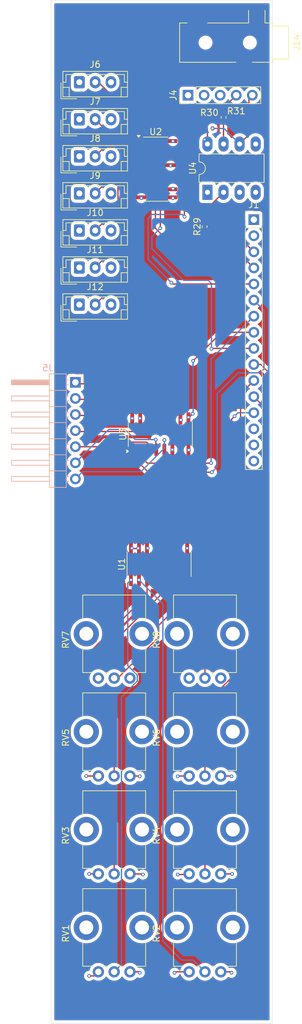
<source format=kicad_pcb>
(kicad_pcb (version 20240108) (generator "pcbnew") (generator_version "8.0")
  (layers (0 "F.Cu" signal) (1 "In1.Cu" power) (2 "In2.Cu" power) (31 "B.Cu" signal) (34 "B.Paste" user) (35 "F.Paste" user) (36 "B.SilkS" user "B.Silkscreen") (37 "F.SilkS" user "F.Silkscreen") (38 "B.Mask" user) (39 "F.Mask" user) (44 "Edge.Cuts" user))
  (net 0 "")
  (net 1 "GND")
  (net 2 "+3.3V")
  (net 3 "/Main_board/jst3")
  (net 4 "/Main_board/jst6")
  (net 5 "/Main_board/jst4")
  (net 6 "/Main_board/jst5")
  (net 7 "/Main_board/jst1")
  (net 8 "/Main_board/jst2")
  (net 9 "/Main_board/jst0")
  (net 10 "/Main_board/c0")
  (net 11 "/Main_board/c1")
  (net 12 "/Main_board/c2")
  (net 13 "/Main_board/c3")
  (net 14 "/Main_board/c4")
  (net 15 "/Main_board/c5")
  (net 16 "/Main_board/c6")
  (net 17 "Net-(U1-CH0)")
  (net 18 "Net-(U1-CH1)")
  (net 19 "Net-(U1-CH2)")
  (net 20 "Net-(U1-CH3)")
  (net 21 "Net-(U1-CH4)")
  (net 22 "Net-(U1-CH5)")
  (net 23 "Net-(U1-CH6)")
  (net 24 "Net-(U1-CH7)")
  (net 25 "/Octaves board/DATA_IN_ADC")
  (net 26 "/Octaves board/DATA_OUT_ADC")
  (net 27 "/Main_board/c7")
  (net 28 "/Main_board/clock_595")
  (net 29 "/Main_board/LATCH_595")
  (net 30 "/Main_board/DATA_IN_595")
  (net 31 "/Main_board/LOAD_165")
  (net 32 "/Main_board/DATA_OUT_165")
  (net 34 "/Main_board/clock_165")
  (net 35 "/Raspberry_connections/GND")
  (net 36 "/Octaves board/ADC_clock")
  (net 37 "/Main_board/midi_in")
  (net 38 "/Octaves board/select")
  (net 41 "Net-(U4-C1)")
  (net 43 "Net-(U4-VO2)")
  (net 44 "Net-(U4-VO1)")
  (net 46 "Net-(J4-Pad4)")
  (footprint "Resistor_SMD:R_0402_1005Metric" (layer "F.Cu") (at 159.219873 33.28 -90)
    (property "Reference" "R31" (at -1 -2 180) (layer "F.SilkS"))
    (property "Value" "330")
    (pad "1" smd roundrect (at -0.51 0 270) (size 0.54 0.64) (layers "F.Cu" "F.Paste" "F.Mask") (net 46 "Net-(J4-Pad4)"))
    (pad "2" smd roundrect (at 0.51 0 270) (size 0.54 0.64) (layers "F.Cu" "F.Paste" "F.Mask") (net 44 "Net-(U4-VO1)"))
  )
  (footprint "Potentiometer_THT:Potentiometer_Bourns_PTV09A-1_Single_Vertical" (layer "F.Cu") (at 144.427537 137.23 90)
    (property "Reference" "RV5" (at 6.05 -10.15 90) (layer "F.SilkS"))
    (property "Value" "R_Potentiometer")
    (pad "" np_thru_hole circle (at 7 -6.9 90) (size 4 4) (drill 2.2) (layers "F&B.Cu" "*.Mask"))
    (pad "" np_thru_hole circle (at 7 1.9 90) (size 4 4) (drill 2.2) (layers "F&B.Cu" "*.Mask"))
    (pad "1" thru_hole circle (at 0 0 90) (size 1.8 1.8) (drill 1) (layers "*.Cu" "*.Mask") (net 2 "+3.3V"))
    (pad "2" thru_hole circle (at 0 -2.5 90) (size 1.8 1.8) (drill 1) (layers "*.Cu" "*.Mask") (net 21 "Net-(U1-CH4)"))
    (pad "3" thru_hole circle (at 0 -5 90) (size 1.8 1.8) (drill 1) (layers "*.Cu" "*.Mask") (net 1 "GND"))
  )
  (footprint "Connector_JST:JST_EH_B3B-EH-A_1x03_P2.50mm_Vertical" (layer "F.Cu") (at 136.427537 51.13)
    (property "Reference" "J10" (at 2.5 -2.8 0) (layer "F.SilkS"))
    (property "Value" "Conn_01x03_Pin")
    (pad "1" thru_hole roundrect (at 0 0) (size 1.7 1.95) (drill 0.95) (layers "*.Cu" "*.Mask") (roundrect_rratio 0.1470588235) (net 1 "GND"))
    (pad "2" thru_hole oval (at 2.5 0) (size 1.7 1.95) (drill 0.95) (layers "*.Cu" "*.Mask") (net 14 "/Main_board/c4"))
    (pad "3" thru_hole oval (at 5 0) (size 1.7 1.95) (drill 0.95) (layers "*.Cu" "*.Mask") (net 2 "+3.3V"))
  )
  (footprint "Connector_JST:JST_EH_B3B-EH-A_1x03_P2.50mm_Vertical" (layer "F.Cu") (at 136.427537 45.28)
    (property "Reference" "J9" (at 2.5 -2.8 0) (layer "F.SilkS"))
    (property "Value" "Conn_01x03_Pin")
    (pad "1" thru_hole roundrect (at 0 0) (size 1.7 1.95) (drill 0.95) (layers "*.Cu" "*.Mask") (roundrect_rratio 0.1470588235) (net 1 "GND"))
    (pad "2" thru_hole oval (at 2.5 0) (size 1.7 1.95) (drill 0.95) (layers "*.Cu" "*.Mask") (net 13 "/Main_board/c3"))
    (pad "3" thru_hole oval (at 5 0) (size 1.7 1.95) (drill 0.95) (layers "*.Cu" "*.Mask") (net 2 "+3.3V"))
  )
  (footprint "Connector_JST:JST_EH_B3B-EH-A_1x03_P2.50mm_Vertical" (layer "F.Cu") (at 136.427537 62.83)
    (property "Reference" "J12" (at 2.5 -2.8 0) (layer "F.SilkS"))
    (property "Value" "Conn_01x03_Pin")
    (pad "1" thru_hole roundrect (at 0 0) (size 1.7 1.95) (drill 0.95) (layers "*.Cu" "*.Mask") (roundrect_rratio 0.1470588235) (net 1 "GND"))
    (pad "2" thru_hole oval (at 2.5 0) (size 1.7 1.95) (drill 0.95) (layers "*.Cu" "*.Mask") (net 16 "/Main_board/c6"))
    (pad "3" thru_hole oval (at 5 0) (size 1.7 1.95) (drill 0.95) (layers "*.Cu" "*.Mask") (net 2 "+3.3V"))
  )
  (footprint "Connector_JST:JST_EH_B3B-EH-A_1x03_P2.50mm_Vertical" (layer "F.Cu") (at 136.427537 39.43)
    (property "Reference" "J8" (at 2.5 -2.8 0) (layer "F.SilkS"))
    (property "Value" "Conn_01x03_Pin")
    (pad "1" thru_hole roundrect (at 0 0) (size 1.7 1.95) (drill 0.95) (layers "*.Cu" "*.Mask") (roundrect_rratio 0.1470588235) (net 1 "GND"))
    (pad "2" thru_hole oval (at 2.5 0) (size 1.7 1.95) (drill 0.95) (layers "*.Cu" "*.Mask") (net 12 "/Main_board/c2"))
    (pad "3" thru_hole oval (at 5 0) (size 1.7 1.95) (drill 0.95) (layers "*.Cu" "*.Mask") (net 2 "+3.3V"))
  )
  (footprint "Connector_Audio:Jack_3.5mm_CUI_SJ-3523-SMT_Horizontal" (layer "F.Cu") (at 160.869873 21.48 -90)
    (property "Reference" "J14" (at 0 -9.9 90) (layer "F.SilkS"))
    (property "Value" "Jack-DC")
    (pad "" np_thru_hole circle (at 0 -2.5 270) (size 1.7 1.7) (drill 1.7) (layers "*.Cu" "*.Mask"))
    (pad "" np_thru_hole circle (at 0 4.5 270) (size 1.7 1.7) (drill 1.7) (layers "*.Cu" "*.Mask"))
    (pad "R" smd rect (at 3.7 -1.6 270) (size 2.8 2.2) (layers "F.Cu" "F.Paste" "F.Mask"))
    (pad "S" smd rect (at -3.7 -3.6 270) (size 2.8 2.2) (layers "F.Cu" "F.Paste" "F.Mask"))
    (pad "T" smd rect (at -3.7 5.8 270) (size 2.8 2.8) (layers "F.Cu" "F.Paste" "F.Mask"))
  )
  (footprint "Package_SO:SOIC-16_3.9x9.9mm_P1.27mm" (layer "F.Cu") (at 149.219873 83.28 90)
    (property "Reference" "U3" (at 0 -5.9 90) (layer "F.SilkS"))
    (property "Value" "74HC165")
    (pad "1" smd roundrect (at -2.475 -4.445 90) (size 1.95 0.6) (layers "F.Cu" "F.Paste" "F.Mask") (net 31 "/Main_board/LOAD_165"))
    (pad "2" smd roundrect (at -2.475 -3.175 90) (size 1.95 0.6) (layers "F.Cu" "F.Paste" "F.Mask") (net 34 "/Main_board/clock_165"))
    (pad "3" smd roundrect (at -2.475 -1.905 90) (size 1.95 0.6) (layers "F.Cu" "F.Paste" "F.Mask") (net 5 "/Main_board/jst4"))
    (pad "4" smd roundrect (at -2.475 -0.635 90) (size 1.95 0.6) (layers "F.Cu" "F.Paste" "F.Mask") (net 6 "/Main_board/jst5"))
    (pad "5" smd roundrect (at -2.475 0.635 90) (size 1.95 0.6) (layers "F.Cu" "F.Paste" "F.Mask") (net 4 "/Main_board/jst6"))
    (pad "6" smd roundrect (at -2.475 1.905 90) (size 1.95 0.6) (layers "F.Cu" "F.Paste" "F.Mask") (net 1 "GND"))
    (pad "7" smd roundrect (at -2.475 3.175 90) (size 1.95 0.6) (layers "F.Cu" "F.Paste" "F.Mask"))
    (pad "8" smd roundrect (at -2.475 4.445 90) (size 1.95 0.6) (layers "F.Cu" "F.Paste" "F.Mask") (net 1 "GND"))
    (pad "9" smd roundrect (at 2.475 4.445 90) (size 1.95 0.6) (layers "F.Cu" "F.Paste" "F.Mask") (net 32 "/Main_board/DATA_OUT_165"))
    (pad "10" smd roundrect (at 2.475 3.175 90) (size 1.95 0.6) (layers "F.Cu" "F.Paste" "F.Mask") (net 1 "GND"))
    (pad "11" smd roundrect (at 2.475 1.905 90) (size 1.95 0.6) (layers "F.Cu" "F.Paste" "F.Mask") (net 9 "/Main_board/jst0"))
    (pad "12" smd roundrect (at 2.475 0.635 90) (size 1.95 0.6) (layers "F.Cu" "F.Paste" "F.Mask") (net 7 "/Main_board/jst1"))
    (pad "13" smd roundrect (at 2.475 -0.635 90) (size 1.95 0.6) (layers "F.Cu" "F.Paste" "F.Mask") (net 8 "/Main_board/jst2"))
    (pad "14" smd roundrect (at 2.475 -1.905 90) (size 1.95 0.6) (layers "F.Cu" "F.Paste" "F.Mask") (net 3 "/Main_board/jst3"))
    (pad "15" smd roundrect (at 2.475 -3.175 90) (size 1.95 0.6) (layers "F.Cu" "F.Paste" "F.Mask") (net 2 "+3.3V"))
    (pad "16" smd roundrect (at 2.475 -4.445 90) (size 1.95 0.6) (layers "F.Cu" "F.Paste" "F.Mask") (net 2 "+3.3V"))
  )
  (footprint "Connector_PinHeader_2.54mm:PinHeader_1x05_P2.54mm_Vertical" (layer "F.Cu") (at 153.599873 29.78 90)
    (property "Reference" "J4" (at 0 -2.33 -90) (layer "F.SilkS"))
    (property "Value" "DIN-5")
    (pad "1" thru_hole rect (at 0 0 90) (size 1.7 1.7) (drill 1) (layers "*.Cu" "*.Mask"))
    (pad "2" thru_hole oval (at 0 2.54 90) (size 1.7 1.7) (drill 1) (layers "*.Cu" "*.Mask"))
    (pad "3" thru_hole oval (at 0 5.08 90) (size 1.7 1.7) (drill 1) (layers "*.Cu" "*.Mask"))
    (pad "4" thru_hole oval (at 0 7.62 90) (size 1.7 1.7) (drill 1) (layers "*.Cu" "*.Mask") (net 46 "Net-(J4-Pad4)"))
    (pad "5" thru_hole oval (at 0 10.16 90) (size 1.7 1.7) (drill 1) (layers "*.Cu" "*.Mask") (net 43 "Net-(U4-VO2)"))
  )
  (footprint "Potentiometer_THT:Potentiometer_Bourns_PTV09A-1_Single_Vertical" (layer "F.Cu") (at 144.427537 168.13 90)
    (property "Reference" "RV1" (at 6.05 -10.15 90) (layer "F.SilkS"))
    (property "Value" "R_Potentiometer")
    (pad "" np_thru_hole circle (at 7 -6.9 90) (size 4 4) (drill 2.2) (layers "F&B.Cu" "*.Mask"))
    (pad "" np_thru_hole circle (at 7 1.9 90) (size 4 4) (drill 2.2) (layers "F&B.Cu" "*.Mask"))
    (pad "1" thru_hole circle (at 0 0 90) (size 1.8 1.8) (drill 1) (layers "*.Cu" "*.Mask") (net 2 "+3.3V"))
    (pad "2" thru_hole circle (at 0 -2.5 90) (size 1.8 1.8) (drill 1) (layers "*.Cu" "*.Mask") (net 17 "Net-(U1-CH0)"))
    (pad "3" thru_hole circle (at 0 -5 90) (size 1.8 1.8) (drill 1) (layers "*.Cu" "*.Mask") (net 1 "GND"))
  )
  (footprint "Connector_JST:JST_EH_B3B-EH-A_1x03_P2.50mm_Vertical" (layer "F.Cu") (at 136.427537 56.98)
    (property "Reference" "J11" (at 2.5 -2.8 0) (layer "F.SilkS"))
    (property "Value" "Conn_01x03_Pin")
    (pad "1" thru_hole roundrect (at 0 0) (size 1.7 1.95) (drill 0.95) (layers "*.Cu" "*.Mask") (roundrect_rratio 0.1470588235) (net 1 "GND"))
    (pad "2" thru_hole oval (at 2.5 0) (size 1.7 1.95) (drill 0.95) (layers "*.Cu" "*.Mask") (net 15 "/Main_board/c5"))
    (pad "3" thru_hole oval (at 5 0) (size 1.7 1.95) (drill 0.95) (layers "*.Cu" "*.Mask") (net 2 "+3.3V"))
  )
  (footprint "Potentiometer_THT:Potentiometer_Bourns_PTV09A-1_Single_Vertical" (layer "F.Cu") (at 158.777537 152.68 90)
    (property "Reference" "RV4" (at 6.05 -10.15 90) (layer "F.SilkS"))
    (property "Value" "R_Potentiometer")
    (pad "" np_thru_hole circle (at 7 -6.9 90) (size 4 4) (drill 2.2) (layers "F&B.Cu" "*.Mask"))
    (pad "" np_thru_hole circle (at 7 1.9 90) (size 4 4) (drill 2.2) (layers "F&B.Cu" "*.Mask"))
    (pad "1" thru_hole circle (at 0 0 90) (size 1.8 1.8) (drill 1) (layers "*.Cu" "*.Mask") (net 2 "+3.3V"))
    (pad "2" thru_hole circle (at 0 -2.5 90) (size 1.8 1.8) (drill 1) (layers "*.Cu" "*.Mask") (net 20 "Net-(U1-CH3)"))
    (pad "3" thru_hole circle (at 0 -5 90) (size 1.8 1.8) (drill 1) (layers "*.Cu" "*.Mask") (net 1 "GND"))
  )
  (footprint "Package_SO:SOIC-16_3.9x9.9mm_P1.27mm" (layer "F.Cu") (at 148.494873 41.455)
    (property "Reference" "U2" (at 0 -5.9 0) (layer "F.SilkS"))
    (property "Value" "74HC595")
    (pad "1" smd roundrect (at -2.475 -4.445) (size 1.95 0.6) (layers "F.Cu" "F.Paste" "F.Mask") (net 11 "/Main_board/c1"))
    (pad "2" smd roundrect (at -2.475 -3.175) (size 1.95 0.6) (layers "F.Cu" "F.Paste" "F.Mask") (net 12 "/Main_board/c2"))
    (pad "3" smd roundrect (at -2.475 -1.905) (size 1.95 0.6) (layers "F.Cu" "F.Paste" "F.Mask") (net 13 "/Main_board/c3"))
    (pad "4" smd roundrect (at -2.475 -0.635) (size 1.95 0.6) (layers "F.Cu" "F.Paste" "F.Mask") (net 14 "/Main_board/c4"))
    (pad "5" smd roundrect (at -2.475 0.635) (size 1.95 0.6) (layers "F.Cu" "F.Paste" "F.Mask") (net 15 "/Main_board/c5"))
    (pad "6" smd roundrect (at -2.475 1.905) (size 1.95 0.6) (layers "F.Cu" "F.Paste" "F.Mask") (net 16 "/Main_board/c6"))
    (pad "7" smd roundrect (at -2.475 3.175) (size 1.95 0.6) (layers "F.Cu" "F.Paste" "F.Mask") (net 27 "/Main_board/c7"))
    (pad "8" smd roundrect (at -2.475 4.445) (size 1.95 0.6) (layers "F.Cu" "F.Paste" "F.Mask") (net 1 "GND"))
    (pad "9" smd roundrect (at 2.475 4.445) (size 1.95 0.6) (layers "F.Cu" "F.Paste" "F.Mask") (net 1 "GND"))
    (pad "10" smd roundrect (at 2.475 3.175) (size 1.95 0.6) (layers "F.Cu" "F.Paste" "F.Mask") (net 2 "+3.3V"))
    (pad "11" smd roundrect (at 2.475 1.905) (size 1.95 0.6) (layers "F.Cu" "F.Paste" "F.Mask") (net 28 "/Main_board/clock_595"))
    (pad "12" smd roundrect (at 2.475 0.635) (size 1.95 0.6) (layers "F.Cu" "F.Paste" "F.Mask") (net 29 "/Main_board/LATCH_595"))
    (pad "13" smd roundrect (at 2.475 -0.635) (size 1.95 0.6) (layers "F.Cu" "F.Paste" "F.Mask") (net 1 "GND"))
    (pad "14" smd roundrect (at 2.475 -1.905) (size 1.95 0.6) (layers "F.Cu" "F.Paste" "F.Mask") (net 30 "/Main_board/DATA_IN_595"))
    (pad "15" smd roundrect (at 2.475 -3.175) (size 1.95 0.6) (layers "F.Cu" "F.Paste" "F.Mask") (net 10 "/Main_board/c0"))
    (pad "16" smd roundrect (at 2.475 -4.445) (size 1.95 0.6) (layers "F.Cu" "F.Paste" "F.Mask") (net 2 "+3.3V"))
  )
  (footprint "Potentiometer_THT:Potentiometer_Bourns_PTV09A-1_Single_Vertical" (layer "F.Cu") (at 158.777537 121.78 90)
    (property "Reference" "RV8" (at 6.05 -10.15 90) (layer "F.SilkS"))
    (property "Value" "R_Potentiometer")
    (pad "" np_thru_hole circle (at 7 -6.9 90) (size 4 4) (drill 2.2) (layers "F&B.Cu" "*.Mask"))
    (pad "" np_thru_hole circle (at 7 1.9 90) (size 4 4) (drill 2.2) (layers "F&B.Cu" "*.Mask"))
    (pad "1" thru_hole circle (at 0 0 90) (size 1.8 1.8) (drill 1) (layers "*.Cu" "*.Mask") (net 2 "+3.3V"))
    (pad "2" thru_hole circle (at 0 -2.5 90) (size 1.8 1.8) (drill 1) (layers "*.Cu" "*.Mask") (net 24 "Net-(U1-CH7)"))
    (pad "3" thru_hole circle (at 0 -5 90) (size 1.8 1.8) (drill 1) (layers "*.Cu" "*.Mask") (net 1 "GND"))
  )
  (footprint "Potentiometer_THT:Potentiometer_Bourns_PTV09A-1_Single_Vertical" (layer "F.Cu") (at 158.777537 168.13 90)
    (property "Reference" "RV2" (at 6.05 -10.15 90) (layer "F.SilkS"))
    (property "Value" "R_Potentiometer")
    (pad "" np_thru_hole circle (at 7 -6.9 90) (size 4 4) (drill 2.2) (layers "F&B.Cu" "*.Mask"))
    (pad "" np_thru_hole circle (at 7 1.9 90) (size 4 4) (drill 2.2) (layers "F&B.Cu" "*.Mask"))
    (pad "1" thru_hole circle (at 0 0 90) (size 1.8 1.8) (drill 1) (layers "*.Cu" "*.Mask") (net 2 "+3.3V"))
    (pad "2" thru_hole circle (at 0 -2.5 90) (size 1.8 1.8) (drill 1) (layers "*.Cu" "*.Mask") (net 18 "Net-(U1-CH1)"))
    (pad "3" thru_hole circle (at 0 -5 90) (size 1.8 1.8) (drill 1) (layers "*.Cu" "*.Mask") (net 1 "GND"))
  )
  (footprint "Potentiometer_THT:Potentiometer_Bourns_PTV09A-1_Single_Vertical" (layer "F.Cu") (at 144.427537 121.78 90)
    (property "Reference" "RV7" (at 6.05 -10.15 90) (layer "F.SilkS"))
    (property "Value" "R_Potentiometer")
    (pad "" np_thru_hole circle (at 7 -6.9 90) (size 4 4) (drill 2.2) (layers "F&B.Cu" "*.Mask"))
    (pad "" np_thru_hole circle (at 7 1.9 90) (size 4 4) (drill 2.2) (layers "F&B.Cu" "*.Mask"))
    (pad "1" thru_hole circle (at 0 0 90) (size 1.8 1.8) (drill 1) (layers "*.Cu" "*.Mask") (net 2 "+3.3V"))
    (pad "2" thru_hole circle (at 0 -2.5 90) (size 1.8 1.8) (drill 1) (layers "*.Cu" "*.Mask") (net 23 "Net-(U1-CH6)"))
    (pad "3" thru_hole circle (at 0 -5 90) (size 1.8 1.8) (drill 1) (layers "*.Cu" "*.Mask") (net 1 "GND"))
  )
  (footprint "Resistor_SMD:R_0402_1005Metric" (layer "F.Cu") (at 156.969873 35.03)
    (property "Reference" "R30" (at 0 -2.5 0) (layer "F.SilkS"))
    (property "Value" "330")
    (pad "1" smd roundrect (at -0.51 0) (size 0.54 0.64) (layers "F.Cu" "F.Paste" "F.Mask") (net 2 "+3.3V"))
    (pad "2" smd roundrect (at 0.51 0) (size 0.54 0.64) (layers "F.Cu" "F.Paste" "F.Mask") (net 43 "Net-(U4-VO2)"))
  )
  (footprint "Package_SO:SOIC-16_3.9x9.9mm_P1.27mm" (layer "F.Cu") (at 149.022537 103.805 90)
    (property "Reference" "U1" (at 0 -5.9 90) (layer "F.SilkS"))
    (property "Value" "MCP3008")
    (pad "1" smd roundrect (at -2.475 -4.445 90) (size 1.95 0.6) (layers "F.Cu" "F.Paste" "F.Mask") (net 17 "Net-(U1-CH0)"))
    (pad "2" smd roundrect (at -2.475 -3.175 90) (size 1.95 0.6) (layers "F.Cu" "F.Paste" "F.Mask") (net 18 "Net-(U1-CH1)"))
    (pad "3" smd roundrect (at -2.475 -1.905 90) (size 1.95 0.6) (layers "F.Cu" "F.Paste" "F.Mask") (net 19 "Net-(U1-CH2)"))
    (pad "4" smd roundrect (at -2.475 -0.635 90) (size 1.95 0.6) (layers "F.Cu" "F.Paste" "F.Mask") (net 20 "Net-(U1-CH3)"))
    (pad "5" smd roundrect (at -2.475 0.635 90) (size 1.95 0.6) (layers "F.Cu" "F.Paste" "F.Mask") (net 21 "Net-(U1-CH4)"))
    (pad "6" smd roundrect (at -2.475 1.905 90) (size 1.95 0.6) (layers "F.Cu" "F.Paste" "F.Mask") (net 22 "Net-(U1-CH5)"))
    (pad "7" smd roundrect (at -2.475 3.175 90) (size 1.95 0.6) (layers "F.Cu" "F.Paste" "F.Mask") (net 23 "Net-(U1-CH6)"))
    (pad "8" smd roundrect (at -2.475 4.445 90) (size 1.95 0.6) (layers "F.Cu" "F.Paste" "F.Mask") (net 24 "Net-(U1-CH7)"))
    (pad "9" smd roundrect (at 2.475 4.445 90) (size 1.95 0.6) (layers "F.Cu" "F.Paste" "F.Mask") (net 1 "GND"))
    (pad "10" smd roundrect (at 2.475 3.175 90) (size 1.95 0.6) (layers "F.Cu" "F.Paste" "F.Mask") (net 38 "/Octaves board/select"))
    (pad "11" smd roundrect (at 2.475 1.905 90) (size 1.95 0.6) (layers "F.Cu" "F.Paste" "F.Mask") (net 25 "/Octaves board/DATA_IN_ADC"))
    (pad "12" smd roundrect (at 2.475 0.635 90) (size 1.95 0.6) (layers "F.Cu" "F.Paste" "F.Mask") (net 26 "/Octaves board/DATA_OUT_ADC"))
    (pad "13" smd roundrect (at 2.475 -0.635 90) (size 1.95 0.6) (layers "F.Cu" "F.Paste" "F.Mask") (net 36 "/Octaves board/ADC_clock"))
    (pad "14" smd roundrect (at 2.475 -1.905 90) (size 1.95 0.6) (layers "F.Cu" "F.Paste" "F.Mask") (net 1 "GND"))
    (pad "15" smd roundrect (at 2.475 -3.175 90) (size 1.95 0.6) (layers "F.Cu" "F.Paste" "F.Mask") (net 2 "+3.3V"))
    (pad "16" smd roundrect (at 2.475 -4.445 90) (size 1.95 0.6) (layers "F.Cu" "F.Paste" "F.Mask") (net 2 "+3.3V"))
  )
  (footprint "Connector_JST:JST_EH_B3B-EH-A_1x03_P2.50mm_Vertical" (layer "F.Cu") (at 136.427537 27.73)
    (property "Reference" "J6" (at 2.5 -2.8 0) (layer "F.SilkS"))
    (property "Value" "Conn_01x03_Pin")
    (pad "1" thru_hole roundrect (at 0 0) (size 1.7 1.95) (drill 0.95) (layers "*.Cu" "*.Mask") (roundrect_rratio 0.1470588235) (net 1 "GND"))
    (pad "2" thru_hole oval (at 2.5 0) (size 1.7 1.95) (drill 0.95) (layers "*.Cu" "*.Mask") (net 10 "/Main_board/c0"))
    (pad "3" thru_hole oval (at 5 0) (size 1.7 1.95) (drill 0.95) (layers "*.Cu" "*.Mask") (net 2 "+3.3V"))
  )
  (footprint "Package_DIP:DIP-8_W7.62mm_LongPads" (layer "F.Cu") (at 156.669873 45.105 90)
    (property "Reference" "U4" (at 3.81 -2.33 -90) (layer "F.SilkS"))
    (property "Value" "6N138")
    (pad "1" thru_hole rect (at 0 0 90) (size 2.4 1.6) (drill 0.8) (layers "*.Cu" "*.Mask"))
    (pad "2" thru_hole oval (at 0 2.54 90) (size 2.4 1.6) (drill 0.8) (layers "*.Cu" "*.Mask") (net 41 "Net-(U4-C1)"))
    (pad "3" thru_hole oval (at 0 5.08 90) (size 2.4 1.6) (drill 0.8) (layers "*.Cu" "*.Mask") (net 1 "GND"))
    (pad "4" thru_hole oval (at 0 7.62 90) (size 2.4 1.6) (drill 0.8) (layers "*.Cu" "*.Mask"))
    (pad "5" thru_hole oval (at 7.62 7.62 90) (size 2.4 1.6) (drill 0.8) (layers "*.Cu" "*.Mask") (net 1 "GND"))
    (pad "6" thru_hole oval (at 7.62 5.08 90) (size 2.4 1.6) (drill 0.8) (layers "*.Cu" "*.Mask") (net 43 "Net-(U4-VO2)"))
    (pad "7" thru_hole oval (at 7.62 2.54 90) (size 2.4 1.6) (drill 0.8) (layers "*.Cu" "*.Mask") (net 44 "Net-(U4-VO1)"))
    (pad "8" thru_hole oval (at 7.62 0 90) (size 2.4 1.6) (drill 0.8) (layers "*.Cu" "*.Mask") (net 2 "+3.3V"))
  )
  (footprint "Connector_PinHeader_2.54mm:PinHeader_1x16_P2.54mm_Vertical" (layer "F.Cu") (at 164 49.42)
    (property "Reference" "J1" (at 0 -2.33 0) (layer "F.SilkS"))
    (property "Value" "Raspberry_Pi_4")
    (pad "1" thru_hole oval (at 0 2.54) (size 1.7 1.7) (drill 1) (layers "*.Cu" "*.Mask") (net 2 "+3.3V"))
    (pad "6" thru_hole rect (at 0 0) (size 1.7 1.7) (drill 1) (layers "*.Cu" "*.Mask") (net 35 "/Raspberry_connections/GND"))
    (pad "8" thru_hole oval (at 0 5.08) (size 1.7 1.7) (drill 1) (layers "*.Cu" "*.Mask") (net 37 "/Main_board/midi_in"))
    (pad "11" thru_hole oval (at 0 7.62) (size 1.7 1.7) (drill 1) (layers "*.Cu" "*.Mask") (net 30 "/Main_board/DATA_IN_595"))
    (pad "13" thru_hole oval (at 0 20.32) (size 1.7 1.7) (drill 1) (layers "*.Cu" "*.Mask") (net 28 "/Main_board/clock_595"))
    (pad "15" thru_hole oval (at 0 10.16) (size 1.7 1.7) (drill 1) (layers "*.Cu" "*.Mask") (net 29 "/Main_board/LATCH_595"))
    (pad "16" thru_hole oval (at 0 12.7) (size 1.7 1.7) (drill 1) (layers "*.Cu" "*.Mask") (net 31 "/Main_board/LOAD_165"))
    (pad "18" thru_hole oval (at 0 15.24) (size 1.7 1.7) (drill 1) (layers "*.Cu" "*.Mask") (net 34 "/Main_board/clock_165"))
    (pad "19" thru_hole oval (at 0 27.94) (size 1.7 1.7) (drill 1) (layers "*.Cu" "*.Mask") (net 25 "/Octaves board/DATA_IN_ADC"))
    (pad "21" thru_hole oval (at 0 25.4) (size 1.7 1.7) (drill 1) (layers "*.Cu" "*.Mask") (net 26 "/Octaves board/DATA_OUT_ADC"))
    (pad "22" thru_hole oval (at 0 17.78) (size 1.7 1.7) (drill 1) (layers "*.Cu" "*.Mask") (net 32 "/Main_board/DATA_OUT_165"))
    (pad "23" thru_hole oval (at 0 30.48) (size 1.7 1.7) (drill 1) (layers "*.Cu" "*.Mask") (net 36 "/Octaves board/ADC_clock"))
    (pad "24" thru_hole oval (at 0 22.86) (size 1.7 1.7) (drill 1) (layers "*.Cu" "*.Mask") (net 38 "/Octaves board/select"))
    (pad "32" thru_hole oval (at 0 33.02) (size 1.7 1.7) (drill 1) (layers "*.Cu" "*.Mask"))
    (pad "32" thru_hole oval (at 0 35.56) (size 1.7 1.7) (drill 1) (layers "*.Cu" "*.Mask"))
    (pad "32" thru_hole oval (at 0 38.1) (size 1.7 1.7) (drill 1) (layers "*.Cu" "*.Mask"))
  )
  (footprint "Potentiometer_THT:Potentiometer_Bourns_PTV09A-1_Single_Vertical" (layer "F.Cu") (at 144.427537 152.68 90)
    (property "Reference" "RV3" (at 6.05 -10.15 90) (layer "F.SilkS"))
    (property "Value" "R_Potentiometer")
    (pad "" np_thru_hole circle (at 7 -6.9 90) (size 4 4) (drill 2.2) (layers "F&B.Cu" "*.Mask"))
    (pad "" np_thru_hole circle (at 7 1.9 90) (size 4 4) (drill 2.2) (layers "F&B.Cu" "*.Mask"))
    (pad "1" thru_hole circle (at 0 0 90) (size 1.8 1.8) (drill 1) (layers "*.Cu" "*.Mask") (net 2 "+3.3V"))
    (pad "2" thru_hole circle (at 0 -2.5 90) (size 1.8 1.8) (drill 1) (layers "*.Cu" "*.Mask") (net 19 "Net-(U1-CH2)"))
    (pad "3" thru_hole circle (at 0 -5 90) (size 1.8 1.8) (drill 1) (layers "*.Cu" "*.Mask") (net 1 "GND"))
  )
  (footprint "Potentiometer_THT:Potentiometer_Bourns_PTV09A-1_Single_Vertical" (layer "F.Cu") (at 158.777537 137.23 90)
    (property "Reference" "RV6" (at 6.05 -10.15 90) (layer "F.SilkS"))
    (property "Value" "R_Potentiometer")
    (pad "" np_thru_hole circle (at 7 -6.9 90) (size 4 4) (drill 2.2) (layers "F&B.Cu" "*.Mask"))
    (pad "" np_thru_hole circle (at 7 1.9 90) (size 4 4) (drill 2.2) (layers "F&B.Cu" "*.Mask"))
    (pad "1" thru_hole circle (at 0 0 90) (size 1.8 1.8) (drill 1) (layers "*.Cu" "*.Mask") (net 2 "+3.3V"))
    (pad "2" thru_hole circle (at 0 -2.5 90) (size 1.8 1.8) (drill 1) (layers "*.Cu" "*.Mask") (net 22 "Net-(U1-CH5)"))
    (pad "3" thru_hole circle (at 0 -5 90) (size 1.8 1.8) (drill 1) (layers "*.Cu" "*.Mask") (net 1 "GND"))
  )
  (footprint "Connector_JST:JST_EH_B3B-EH-A_1x03_P2.50mm_Vertical" (layer "F.Cu") (at 136.427537 33.58)
    (property "Reference" "J7" (at 2.5 -2.8 0) (layer "F.SilkS"))
    (property "Value" "Conn_01x03_Pin")
    (pad "1" thru_hole roundrect (at 0 0) (size 1.7 1.95) (drill 0.95) (layers "*.Cu" "*.Mask") (roundrect_rratio 0.1470588235) (net 1 "GND"))
    (pad "2" thru_hole oval (at 2.5 0) (size 1.7 1.95) (drill 0.95) (layers "*.Cu" "*.Mask") (net 11 "/Main_board/c1"))
    (pad "3" thru_hole oval (at 5 0) (size 1.7 1.95) (drill 0.95) (layers "*.Cu" "*.Mask") (net 2 "+3.3V"))
  )
  (footprint "Resistor_SMD:R_0402_1005Metric" (layer "F.Cu") (at 156.219873 50.53 90)
    (property "Reference" "R29" (at 0 -1.17 -90) (layer "F.SilkS"))
    (property "Value" "330")
    (pad "1" smd roundrect (at -0.51 0 90) (size 0.54 0.64) (layers "F.Cu" "F.Paste" "F.Mask") (net 37 "/Main_board/midi_in"))
    (pad "2" smd roundrect (at 0.51 0 90) (size 0.54 0.64) (layers "F.Cu" "F.Paste" "F.Mask") (net 41 "Net-(U4-C1)"))
  )
  (footprint "Connector_PinHeader_2.54mm:PinHeader_1x07_P2.54mm_Horizontal" (layer "B.Cu") (at 135.8 75.1 180)
    (property "Reference" "J5" (at 4.385 2.27 360) (layer "B.SilkS") (effects (justify mirror)))
    (property "Value" "Conn_01x07_Socket")
    (pad "1" thru_hole rect (at 0 0 180) (size 1.7 1.7) (drill 1) (layers "*.Cu" "*.Mask") (net 9 "/Main_board/jst0"))
    (pad "2" thru_hole oval (at 0 -2.54 180) (size 1.7 1.7) (drill 1) (layers "*.Cu" "*.Mask") (net 7 "/Main_board/jst1"))
    (pad "3" thru_hole oval (at 0 -5.08 180) (size 1.7 1.7) (drill 1) (layers "*.Cu" "*.Mask") (net 8 "/Main_board/jst2"))
    (pad "4" thru_hole oval (at 0 -7.62 180) (size 1.7 1.7) (drill 1) (layers "*.Cu" "*.Mask") (net 3 "/Main_board/jst3"))
    (pad "5" thru_hole oval (at 0 -10.16 180) (size 1.7 1.7) (drill 1) (layers "*.Cu" "*.Mask") (net 5 "/Main_board/jst4"))
    (pad "6" thru_hole oval (at 0 -12.7 180) (size 1.7 1.7) (drill 1) (layers "*.Cu" "*.Mask") (net 6 "/Main_board/jst5"))
    (pad "7" thru_hole oval (at 0 -15.24 180) (size 1.7 1.7) (drill 1) (layers "*.Cu" "*.Mask") (net 4 "/Main_board/jst6"))
  )
  (gr_line (start 131.969873 67.78) (end 131.969873 70.78) (stroke (width 0.05)) (layer "Edge.Cuts"))
  (gr_line (start 131.969873 66.78) (end 131.969873 14.78) (stroke (width 0.05)) (layer "Edge.Cuts"))
  (gr_line (start 131.969873 176.28) (end 131.969873 104.03) (stroke (width 0.05)) (layer "Edge.Cuts"))
  (gr_line (start 131.969873 66.78) (end 131.969873 67.78) (stroke (width 0.05)) (layer "Edge.Cuts"))
  (gr_line (start 131.969873 14.78) (end 166.969873 14.78) (stroke (width 0.05)) (layer "Edge.Cuts"))
  (gr_line (start 166.969873 176.28) (end 131.969873 176.28) (stroke (width 0.05)) (layer "Edge.Cuts"))
  (gr_line (start 166.969873 14.78) (end 166.969873 176.28) (stroke (width 0.05)) (layer "Edge.Cuts"))
  (gr_line (start 131.969873 100.28) (end 131.969873 103.28) (stroke (width 0.05)) (layer "Edge.Cuts"))
  (gr_line (start 131.969873 99.53) (end 131.969873 100.28) (stroke (width 0.05)) (layer "Edge.Cuts"))
  (gr_line (start 131.969873 103.28) (end 131.969873 104.03) (stroke (width 0.05)) (layer "Edge.Cuts"))
  (gr_line (start 131.969873 70.78) (end 131.969873 71.78) (stroke (width 0.05)) (layer "Edge.Cuts"))
  (gr_line (start 131.969873 99.53) (end 131.969873 71.78) (stroke (width 0.05)) (layer "Edge.Cuts"))
  (segment (start 151.619873 168.13) (end 153.777537 168.13) (width 0.2) (layer "F.Cu") (net 1))
  (segment (start 153.777537 137.23) (end 152.019873 137.23) (width 0.2) (layer "F.Cu") (net 1))
  (segment (start 153.677537 152.78) (end 153.777537 152.68) (width 0.2) (layer "F.Cu") (net 1))
  (segment (start 139.427537 137.23) (end 137.519873 137.23) (width 0.2) (layer "F.Cu") (net 1))
  (segment (start 151.469873 168.28) (end 151.619873 168.13) (width 0.2) (layer "F.Cu") (net 1))
  (segment (start 139.427537 152.68) (end 137.969873 152.68) (width 0.2) (layer "F.Cu") (net 1))
  (segment (start 152.019873 137.23) (end 151.969873 137.28) (width 0.2) (layer "F.Cu") (net 1))
  (segment (start 151.969873 152.78) (end 153.677537 152.78) (width 0.2) (layer "F.Cu") (net 1))
  (segment (start 139.427537 168.13) (end 138.777537 168.78) (width 0.2) (layer "F.Cu") (net 1))
  (segment (start 152.069873 152.68) (end 151.969873 152.78) (width 0.2) (layer "F.Cu") (net 1))
  (segment (start 138.777537 168.78) (end 137.969873 168.78) (width 0.2) (layer "F.Cu") (net 1))
  (via (at 151.219873 46.03) (size 0.6) (drill 0.3) (layers "F.Cu" "B.Cu") (net 1))
  (via (at 137.969873 152.68) (size 0.6) (drill 0.3) (layers "F.Cu" "B.Cu") (net 1))
  (via (at 137.519873 137.23) (size 0.6) (drill 0.3) (layers "F.Cu" "B.Cu") (net 1))
  (via (at 137.969873 168.78) (size 0.6) (drill 0.3) (layers "F.Cu" "B.Cu") (net 1))
  (via (at 153.469873 101.28) (size 0.6) (drill 0.3) (layers "F.Cu" "B.Cu") (net 1))
  (via (at 151.119873 85.73) (size 0.6) (drill 0.3) (layers "F.Cu" "B.Cu") (net 1))
  (via (at 147.219873 101.28) (size 0.6) (drill 0.3) (layers "F.Cu" "B.Cu") (net 1))
  (via (at 150.844873 40.905) (size 0.6) (drill 0.3) (layers "F.Cu" "B.Cu") (net 1))
  (via (at 152.469873 81.03) (size 0.6) (drill 0.3) (layers "F.Cu" "B.Cu") (net 1))
  (via (at 151.969873 137.28) (size 0.6) (drill 0.3) (layers "F.Cu" "B.Cu") (net 1))
  (via (at 153.719873 85.78) (size 0.6) (drill 0.3) (layers "F.Cu" "B.Cu") (net 1))
  (via (at 151.469873 168.28) (size 0.6) (drill 0.3) (layers "F.Cu" "B.Cu") (net 1))
  (via (at 151.969873 152.78) (size 0.6) (drill 0.3) (layers "F.Cu" "B.Cu") (net 1))
  (via (at 146.219873 46.03) (size 0.6) (drill 0.3) (layers "F.Cu" "B.Cu") (net 1))
  (segment (start 144.769873 101.33) (end 145.669873 101.33) (width 0.2) (layer "F.Cu") (net 2))
  (segment (start 145.819873 168.13) (end 145.969873 168.28) (width 0.2) (layer "F.Cu") (net 2))
  (segment (start 144.577537 101.33) (end 144.669873 101.33) (width 0.2) (layer "F.Cu") (net 2))
  (segment (start 160.419873 137.23) (end 160.469873 137.28) (width 0.2) (layer "F.Cu") (net 2))
  (segment (start 158.777537 137.23) (end 158.519873 137.23) (width 0.2) (layer "F.Cu") (net 2))
  (segment (start 158.777537 168.13) (end 160.319873 168.13) (width 0.2) (layer "F.Cu") (net 2))
  (segment (start 145.919873 137.23) (end 145.969873 137.28) (width 0.2) (layer "F.Cu") (net 2))
  (segment (start 160.319873 168.13) (end 160.469873 168.28) (width 0.2) (layer "F.Cu") (net 2))
  (segment (start 144.427537 168.13) (end 145.819873 168.13) (width 0.2) (layer "F.Cu") (net 2))
  (segment (start 145.769873 101.33) (end 145.847537 101.33) (width 0.2) (layer "F.Cu") (net 2))
  (segment (start 156.669873 35.24) (end 156.459873 35.03) (width 0.2) (layer "F.Cu") (net 2))
  (segment (start 144.427537 152.68) (end 146.369873 152.68) (width 0.2) (layer "F.Cu") (net 2))
  (segment (start 146.369873 152.68) (end 146.469873 152.78) (width 0.2) (layer "F.Cu") (net 2))
  (segment (start 156.669873 37.485) (end 156.669873 35.24) (width 0.2) (layer "F.Cu") (net 2))
  (segment (start 145.669873 101.33) (end 145.719873 101.28) (width 0.2) (layer "F.Cu") (net 2))
  (segment (start 158.519873 137.23) (end 160.419873 137.23) (width 0.2) (layer "F.Cu") (net 2))
  (segment (start 160.569873 152.68) (end 158.777537 152.68) (width 0.2) (layer "F.Cu") (net 2))
  (segment (start 145.719873 101.28) (end 145.769873 101.33) (width 0.2) (layer "F.Cu") (net 2))
  (segment (start 158.777537 137.23) (end 159.469873 137.23) (width 0.2) (layer "F.Cu") (net 2))
  (segment (start 144.669873 101.33) (end 144.719873 101.28) (width 0.2) (layer "F.Cu") (net 2))
  (segment (start 144.719873 101.28) (end 144.769873 101.33) (width 0.2) (layer "F.Cu") (net 2))
  (segment (start 144.427537 137.23) (end 145.919873 137.23) (width 0.2) (layer "F.Cu") (net 2))
  (via (at 145.719873 101.28) (size 0.6) (drill 0.3) (layers "F.Cu" "B.Cu") (net 2))
  (via (at 151.219873 44.53) (size 0.6) (drill 0.3) (layers "F.Cu" "B.Cu") (net 2))
  (via (at 160.569873 152.68) (size 0.6) (drill 0.3) (layers "F.Cu" "B.Cu") (net 2))
  (via (at 156.219873 36.78) (size 0.6) (drill 0.3) (layers "F.Cu" "B.Cu") (net 2))
  (via (at 160.469873 137.28) (size 0.6) (drill 0.3) (layers "F.Cu" "B.Cu") (net 2))
  (via (at 145.969873 168.28) (size 0.6) (drill 0.3) (layers "F.Cu" "B.Cu") (net 2))
  (via (at 145.994873 80.78) (size 0.6) (drill 0.3) (layers "F.Cu" "B.Cu") (net 2))
  (via (at 146.469873 152.78) (size 0.6) (drill 0.3) (layers "F.Cu" "B.Cu") (net 2))
  (via (at 144.719873 101.28) (size 0.6) (drill 0.3) (layers "F.Cu" "B.Cu") (net 2))
  (via (at 160.469873 168.28) (size 0.6) (drill 0.3) (layers "F.Cu" "B.Cu") (net 2))
  (via (at 145.969873 137.28) (size 0.6) (drill 0.3) (layers "F.Cu" "B.Cu") (net 2))
  (via (at 144.794873 80.78) (size 0.6) (drill 0.3) (layers "F.Cu" "B.Cu") (net 2))
  (via (at 151.219873 37.03) (size 0.6) (drill 0.3) (layers "F.Cu" "B.Cu") (net 2))
  (segment (start 146.234872 82.86) (end 135.94 82.86) (width 0.2) (layer "F.Cu") (net 3))
  (segment (start 147.314873 81.779999) (end 146.234872 82.86) (width 0.2) (layer "F.Cu") (net 3))
  (segment (start 147.314873 80.805) (end 147.314873 81.779999) (width 0.2) (layer "F.Cu") (net 3))
  (segment (start 135.94 82.86) (end 135.8 82.72) (width 0.2) (layer "F.Cu") (net 3))
  (segment (start 149.869873 84.205) (end 149.854873 84.19) (width 0.2) (layer "F.Cu") (net 4))
  (segment (start 149.854873 85.755) (end 149.869873 84.205) (width 0.2) (layer "F.Cu") (net 4))
  (segment (start 149.854873 84.19) (end 149.844873 84.18) (width 0.2) (layer "F.Cu") (net 4))
  (via (at 149.869873 84.205) (size 0.6) (drill 0.3) (layers "F.Cu" "B.Cu") (net 4))
  (segment (start 149.869873 84.205) (end 149.869873 85.48) (width 0.2) (layer "B.Cu") (net 4))
  (segment (start 149.869873 85.48) (end 146.149873 89.2) (width 0.2) (layer "B.Cu") (net 4))
  (segment (start 146.149873 89.2) (end 136.94 89.2) (width 0.2) (layer "B.Cu") (net 4))
  (segment (start 136.94 89.2) (end 135.8 90.34) (width 0.2) (layer "B.Cu") (net 4))
  (segment (start 147.064872 84.53) (end 140.542462 84.53) (width 0.2) (layer "F.Cu") (net 5))
  (segment (start 147.314873 84.780001) (end 147.064872 84.53) (width 0.2) (layer "F.Cu") (net 5))
  (segment (start 140.542462 84.53) (end 139.812462 85.26) (width 0.2) (layer "F.Cu") (net 5))
  (segment (start 147.314873 85.755) (end 147.314873 84.780001) (width 0.2) (layer "F.Cu") (net 5))
  (segment (start 139.812462 85.26) (end 135.8 85.26) (width 0.2) (layer "F.Cu") (net 5))
  (segment (start 148.494873 84.13) (end 148.584873 84.14) (width 0.2) (layer "F.Cu") (net 6))
  (segment (start 148.584873 84.14) (end 148.594873 84.13) (width 0.2) (layer "F.Cu") (net 6))
  (segment (start 148.584873 85.755) (end 148.494873 84.13) (width 0.2) (layer "F.Cu") (net 6))
  (via (at 148.494873 84.13) (size 0.6) (drill 0.3) (layers "F.Cu" "B.Cu") (net 6))
  (segment (start 143.644873 82.53) (end 141.07 82.53) (width 0.2) (layer "B.Cu") (net 6))
  (segment (start 148.494873 84.13) (end 145.244873 84.13) (width 0.2) (layer "B.Cu") (net 6))
  (segment (start 141.07 82.53) (end 135.8 87.8) (width 0.2) (layer "B.Cu") (net 6))
  (segment (start 145.244873 84.13) (end 143.644873 82.53) (width 0.2) (layer "B.Cu") (net 6))
  (segment (start 149.854873 79.830001) (end 147.804872 77.78) (width 0.2) (layer "F.Cu") (net 7))
  (segment (start 147.804872 77.78) (end 135.94 77.78) (width 0.2) (layer "F.Cu") (net 7))
  (segment (start 135.94 77.78) (end 135.8 77.64) (width 0.2) (layer "F.Cu") (net 7))
  (segment (start 149.854873 80.805) (end 149.854873 79.830001) (width 0.2) (layer "F.Cu") (net 7))
  (segment (start 145.044873 78.555) (end 143.279873 80.32) (width 0.2) (layer "F.Cu") (net 8))
  (segment (start 148.584873 80.530158) (end 146.609715 78.555) (width 0.2) (layer "F.Cu") (net 8))
  (segment (start 148.584873 80.805) (end 148.584873 80.530158) (width 0.2) (layer "F.Cu") (net 8))
  (segment (start 146.609715 78.555) (end 145.044873 78.555) (width 0.2) (layer "F.Cu") (net 8))
  (segment (start 143.279873 80.32) (end 135.94 80.32) (width 0.2) (layer "F.Cu") (net 8))
  (segment (start 135.94 80.32) (end 135.8 80.18) (width 0.2) (layer "F.Cu") (net 8))
  (segment (start 151.124873 79.830001) (end 146.624872 75.33) (width 0.2) (layer "F.Cu") (net 9))
  (segment (start 136.03 75.33) (end 135.8 75.1) (width 0.2) (layer "F.Cu") (net 9))
  (segment (start 151.124873 80.805) (end 151.124873 79.830001) (width 0.2) (layer "F.Cu") (net 9))
  (segment (start 146.624872 75.33) (end 136.03 75.33) (width 0.2) (layer "F.Cu") (net 9))
  (segment (start 149.994874 38.28) (end 139.444874 27.73) (width 0.2) (layer "F.Cu") (net 10))
  (segment (start 139.444874 27.73) (end 138.927537 27.73) (width 0.2) (layer "F.Cu") (net 10))
  (segment (start 150.969873 38.28) (end 149.994874 38.28) (width 0.2) (layer "F.Cu") (net 10))
  (segment (start 142.357537 37.01) (end 138.927537 33.58) (width 0.2) (layer "F.Cu") (net 11))
  (segment (start 146.019873 37.01) (end 142.357537 37.01) (width 0.2) (layer "F.Cu") (net 11))
  (segment (start 140.377536 37.980001) (end 138.927537 39.43) (width 0.2) (layer "F.Cu") (net 12))
  (segment (start 145.719874 37.980001) (end 140.377536 37.980001) (width 0.2) (layer "F.Cu") (net 12))
  (segment (start 146.019873 38.28) (end 145.719874 37.980001) (width 0.2) (layer "F.Cu") (net 12))
  (segment (start 144.657537 39.55) (end 138.927537 45.28) (width 0.2) (layer "F.Cu") (net 13))
  (segment (start 146.019873 39.55) (end 144.657537 39.55) (width 0.2) (layer "F.Cu") (net 13))
  (segment (start 146.019873 40.82) (end 145.044874 40.82) (width 0.2) (layer "F.Cu") (net 14))
  (segment (start 142.527537 43.337337) (end 142.527537 47.53) (width 0.2) (layer "F.Cu") (net 14))
  (segment (start 145.044874 40.82) (end 142.527537 43.337337) (width 0.2) (layer "F.Cu") (net 14))
  (segment (start 142.527537 47.53) (end 138.927537 51.13) (width 0.2) (layer "F.Cu") (net 14))
  (segment (start 144.909873 42.09) (end 142.969873 44.03) (width 0.2) (layer "F.Cu") (net 15))
  (segment (start 146.019873 42.09) (end 144.909873 42.09) (width 0.2) (layer "F.Cu") (net 15))
  (segment (start 142.969873 52.937664) (end 138.927537 56.98) (width 0.2) (layer "F.Cu") (net 15))
  (segment (start 142.969873 44.03) (end 142.969873 52.937664) (width 0.2) (layer "F.Cu") (net 15))
  (segment (start 146.019873 43.36) (end 145.044874 43.36) (width 0.2) (layer "F.Cu") (net 16))
  (segment (start 145.044874 43.36) (end 143.469873 44.935001) (width 0.2) (layer "F.Cu") (net 16))
  (segment (start 143.469873 58.287664) (end 138.927537 62.83) (width 0.2) (layer "F.Cu") (net 16))
  (segment (start 143.469873 44.935001) (end 143.469873 58.287664) (width 0.2) (layer "F.Cu") (net 16))
  (via (at 144.577537 106.28) (size 0.6) (drill 0.3) (layers "F.Cu" "B.Cu") (net 17))
  (segment (start 145.577537 121.303654) (end 145.577537 122.256346) (width 0.2) (layer "B.Cu") (net 17))
  (segment (start 145.577537 122.256346) (end 143.077537 124.756346) (width 0.2) (layer "B.Cu") (net 17))
  (segment (start 144.077537 119.803654) (end 145.577537 121.303654) (width 0.2) (layer "B.Cu") (net 17))
  (segment (start 143.077537 124.756346) (end 143.077537 166.98) (width 0.2) (layer "B.Cu") (net 17))
  (segment (start 144.577537 106.28) (end 144.077537 106.78) (width 0.2) (layer "B.Cu") (net 17))
  (segment (start 144.077537 106.78) (end 144.077537 119.803654) (width 0.2) (layer "B.Cu") (net 17))
  (segment (start 143.077537 166.98) (end 141.927537 168.13) (width 0.2) (layer "B.Cu") (net 17))
  (via (at 145.847537 106.28) (size 0.6) (drill 0.3) (layers "F.Cu" "B.Cu") (net 18))
  (segment (start 145.847537 106.28) (end 149.627537 110.06) (width 0.2) (layer "B.Cu") (net 18))
  (segment (start 154.427537 166.28) (end 156.277537 168.13) (width 0.2) (layer "B.Cu") (net 18))
  (segment (start 152.601191 166.28) (end 154.427537 166.28) (width 0.2) (layer "B.Cu") (net 18))
  (segment (start 149.627537 110.06) (end 149.627537 163.306346) (width 0.2) (layer "B.Cu") (net 18))
  (segment (start 149.627537 163.306346) (end 152.601191 166.28) (width 0.2) (layer "B.Cu") (net 18))
  (segment (start 147.117537 106.28) (end 147.117537 108.632336) (width 0.2) (layer "F.Cu") (net 19))
  (segment (start 134.969873 139.940355) (end 137.309518 142.28) (width 0.2) (layer "F.Cu") (net 19))
  (segment (start 137.309518 142.28) (end 139.469873 142.28) (width 0.2) (layer "F.Cu") (net 19))
  (segment (start 141.927537 144.737664) (end 141.927537 152.68) (width 0.2) (layer "F.Cu") (net 19))
  (segment (start 134.969873 120.78) (end 134.969873 139.940355) (width 0.2) (layer "F.Cu") (net 19))
  (segment (start 147.117537 108.632336) (end 134.969873 120.78) (width 0.2) (layer "F.Cu") (net 19))
  (segment (start 139.469873 142.28) (end 141.927537 144.737664) (width 0.2) (layer "F.Cu") (net 19))
  (segment (start 164.969873 134.78) (end 156.277537 143.472336) (width 0.2) (layer "F.Cu") (net 20))
  (segment (start 156.277537 143.472336) (end 156.277537 152.68) (width 0.2) (layer "F.Cu") (net 20))
  (segment (start 154.119873 103.43) (end 164.969873 114.28) (width 0.2) (layer "F.Cu") (net 20))
  (segment (start 148.387537 106.28) (end 148.387537 105.305001) (width 0.2) (layer "F.Cu") (net 20))
  (segment (start 148.387537 105.305001) (end 150.262538 103.43) (width 0.2) (layer "F.Cu") (net 20))
  (segment (start 150.262538 103.43) (end 154.119873 103.43) (width 0.2) (layer "F.Cu") (net 20))
  (segment (start 164.969873 114.28) (end 164.969873 134.78) (width 0.2) (layer "F.Cu") (net 20))
  (segment (start 137.469873 120.28) (end 137.469873 123.78) (width 0.2) (layer "F.Cu") (net 21))
  (segment (start 137.645556 120.28) (end 137.469873 120.28) (width 0.2) (layer "F.Cu") (net 21))
  (segment (start 141.927537 128.237664) (end 141.927537 137.23) (width 0.2) (layer "F.Cu") (net 21))
  (segment (start 149.657537 108.268019) (end 137.645556 120.28) (width 0.2) (layer "F.Cu") (net 21))
  (segment (start 149.657537 106.28) (end 149.657537 108.268019) (width 0.2) (layer "F.Cu") (net 21))
  (segment (start 137.469873 123.78) (end 141.927537 128.237664) (width 0.2) (layer "F.Cu") (net 21))
  (segment (start 152.859518 103.78) (end 157.469873 108.390355) (width 0.2) (layer "F.Cu") (net 22))
  (segment (start 157.469873 116.78) (end 160.469873 119.78) (width 0.2) (layer "F.Cu") (net 22))
  (segment (start 150.927537 106.28) (end 150.927537 105.305001) (width 0.2) (layer "F.Cu") (net 22))
  (segment (start 157.469873 108.390355) (end 157.469873 116.78) (width 0.2) (layer "F.Cu") (net 22))
  (segment (start 160.469873 119.78) (end 160.469873 121.71401) (width 0.2) (layer "F.Cu") (net 22))
  (segment (start 150.927537 105.305001) (end 152.452538 103.78) (width 0.2) (layer "F.Cu") (net 22))
  (segment (start 156.277537 125.906346) (end 156.277537 137.23) (width 0.2) (layer "F.Cu") (net 22))
  (segment (start 160.469873 121.71401) (end 156.277537 125.906346) (width 0.2) (layer "F.Cu") (net 22))
  (segment (start 152.452538 103.78) (end 152.859518 103.78) (width 0.2) (layer "F.Cu") (net 22))
  (segment (start 152.197537 110.228019) (end 148.969873 113.455683) (width 0.2) (layer "F.Cu") (net 23))
  (segment (start 148.969873 113.455683) (end 148.969873 115.319645) (width 0.2) (layer "F.Cu") (net 23))
  (segment (start 152.197537 106.28) (end 152.197537 110.228019) (width 0.2) (layer "F.Cu") (net 23))
  (segment (start 148.969873 115.319645) (end 142.509518 121.78) (width 0.2) (layer "F.Cu") (net 23))
  (segment (start 142.509518 121.78) (end 141.927537 121.78) (width 0.2) (layer "F.Cu") (net 23))
  (segment (start 153.467537 106.28) (end 156.277537 109.09) (width 0.2) (layer "F.Cu") (net 24))
  (segment (start 156.277537 109.09) (end 156.277537 121.78) (width 0.2) (layer "F.Cu") (net 24))
  (segment (start 152.832695 99.15) (end 154.65 99.15) (width 0.2) (layer "F.Cu") (net 25))
  (segment (start 150.927537 101.33) (end 150.927537 101.055158) (width 0.2) (layer "F.Cu") (net 25))
  (segment (start 150.927537 101.055158) (end 152.832695 99.15) (width 0.2) (layer "F.Cu") (net 25))
  (segment (start 165.7 88.1) (end 165.7 79.06) (width 0.2) (layer "F.Cu") (net 25))
  (segment (start 165.7 79.06) (end 164 77.36) (width 0.2) (layer "F.Cu") (net 25))
  (segment (start 154.65 99.15) (end 165.7 88.1) (width 0.2) (layer "F.Cu") (net 25))
  (segment (start 149.657537 101.33) (end 149.657537 100.342336) (width 0.2) (layer "F.Cu") (net 26))
  (segment (start 149.657537 100.342336) (end 161.9 88.099873) (width 0.2) (layer "F.Cu") (net 26))
  (segment (start 161.9 88.099873) (end 161.9 76.92) (width 0.2) (layer "F.Cu") (net 26))
  (segment (start 161.9 76.92) (end 164 74.82) (width 0.2) (layer "F.Cu") (net 26))
  (segment (start 149.994874 43.36) (end 149.244873 44.110001) (width 0.2) (layer "F.Cu") (net 28))
  (segment (start 149.219873 50.78) (end 149.244873 50.78) (width 0.2) (layer "F.Cu") (net 28))
  (segment (start 150.969873 43.36) (end 149.994874 43.36) (width 0.2) (layer "F.Cu") (net 28))
  (segment (start 157.3 69.8) (end 157.36 69.74) (width 0.2) (layer "F.Cu") (net 28))
  (segment (start 157.36 69.74) (end 164 69.74) (width 0.2) (layer "F.Cu") (net 28))
  (segment (start 149.244873 44.110001) (end 149.219873 50.78) (width 0.2) (layer "F.Cu") (net 28))
  (via (at 149.219873 50.78) (size 0.6) (drill 0.3) (layers "F.Cu" "B.Cu") (net 28))
  (via (at 157.3 69.8) (size 0.6) (drill 0.3) (layers "F.Cu" "B.Cu") (net 28))
  (segment (start 152.9 59) (end 156.8 59) (width 0.2) (layer "B.Cu") (net 28))
  (segment (start 157.3 59.5) (end 157.3 69.8) (width 0.2) (layer "B.Cu") (net 28))
  (segment (start 147.894873 53.994873) (end 152.9 59) (width 0.2) (layer "B.Cu") (net 28))
  (segment (start 149.219873 50.78) (end 147.894873 52.105) (width 0.2) (layer "B.Cu") (net 28))
  (segment (start 156.8 59) (end 157.3 59.5) (width 0.2) (layer "B.Cu") (net 28))
  (segment (start 147.894873 52.105) (end 147.894873 53.994873) (width 0.2) (layer "B.Cu") (net 28))
  (segment (start 151.944872 42.09) (end 153.019873 43.165001) (width 0.2) (layer "F.Cu") (net 29))
  (segment (start 150.969873 42.09) (end 151.944872 42.09) (width 0.2) (layer "F.Cu") (net 29))
  (segment (start 153.019873 48.93) (end 153.044873 48.955) (width 0.2) (layer "F.Cu") (net 29))
  (segment (start 150.969873 59.369873) (end 151.18 59.58) (width 0.2) (layer "F.Cu") (net 29))
  (segment (start 151.18 59.58) (end 164 59.58) (width 0.2) (layer "F.Cu") (net 29))
  (segment (start 153.019873 43.165001) (end 153.019873 48.93) (width 0.2) (layer "F.Cu") (net 29))
  (segment (start 153.044873 48.955) (end 153.019873 48.98) (width 0.2) (layer "F.Cu") (net 29))
  (segment (start 153.019873 48.98) (end 153.019873 49.18) (width 0.2) (layer "F.Cu") (net 29))
  (via (at 150.969873 59.369873) (size 0.6) (drill 0.3) (layers "F.Cu" "B.Cu") (net 29))
  (via (at 153.044873 48.955) (size 0.6) (drill 0.3) (layers "F.Cu" "B.Cu") (net 29))
  (segment (start 147.844873 48.605) (end 147.844873 48.63) (width 0.2) (layer "B.Cu") (net 29))
  (segment (start 153.044873 48.955) (end 152.694873 48.605) (width 0.2) (layer "B.Cu") (net 29))
  (segment (start 147.3 49.174873) (end 147.3 55.7) (width 0.2) (layer "B.Cu") (net 29))
  (segment (start 147.844873 48.63) (end 147.3 49.174873) (width 0.2) (layer "B.Cu") (net 29))
  (segment (start 152.694873 48.605) (end 147.844873 48.605) (width 0.2) (layer "B.Cu") (net 29))
  (segment (start 147.3 55.7) (end 150.969873 59.369873) (width 0.2) (layer "B.Cu") (net 29))
  (segment (start 148.444873 41.100001) (end 148.444873 50.782818) (width 0.2) (layer "F.Cu") (net 30))
  (segment (start 148.444873 50.782818) (end 152.662055 55) (width 0.2) (layer "F.Cu") (net 30))
  (segment (start 149.994874 39.55) (end 148.444873 41.100001) (width 0.2) (layer "F.Cu") (net 30))
  (segment (start 152.662055 55) (end 161.96 55) (width 0.2) (layer "F.Cu") (net 30))
  (segment (start 150.969873 39.55) (end 149.994874 39.55) (width 0.2) (layer "F.Cu") (net 30))
  (segment (start 161.96 55) (end 164 57.04) (width 0.2) (layer "F.Cu") (net 30))
  (segment (start 144.774873 85.755) (end 144.774873 86.729999) (width 0.2) (layer "F.Cu") (net 31))
  (segment (start 157.369873 89.28) (end 157.419873 89.28) (width 0.2) (layer "F.Cu") (net 31))
  (segment (start 147.324874 89.28) (end 157.369873 89.28) (width 0.2) (layer "F.Cu") (net 31))
  (segment (start 144.774873 86.729999) (end 147.324874 89.28) (width 0.2) (layer "F.Cu") (net 31))
  (via (at 157.369873 89.28) (size 0.6) (drill 0.3) (layers "F.Cu" "B.Cu") (net 31))
  (segment (start 158.2 88.449873) (end 158.2 76.9) (width 0.2) (layer "B.Cu") (net 31))
  (segment (start 158.2 76.9) (end 161.5 73.6) (width 0.2) (layer "B.Cu") (net 31))
  (segment (start 165 73.6) (end 165.6 73) (width 0.2) (layer "B.Cu") (net 31))
  (segment (start 165.6 63.72) (end 164 62.12) (width 0.2) (layer "B.Cu") (net 31))
  (segment (start 161.5 73.6) (end 165 73.6) (width 0.2) (layer "B.Cu") (net 31))
  (segment (start 165.6 73) (end 165.6 63.72) (width 0.2) (layer "B.Cu") (net 31))
  (segment (start 157.369873 89.28) (end 158.2 88.449873) (width 0.2) (layer "B.Cu") (net 31))
  (segment (start 154.4 71.7) (end 158.9 67.2) (width 0.2) (layer "F.Cu") (net 32))
  (segment (start 153.669873 80.605) (end 153.794873 80.605) (width 0.2) (layer "F.Cu") (net 32))
  (segment (start 153.794873 80.605) (end 154.344873 80.055) (width 0.2) (layer "F.Cu") (net 32))
  (segment (start 158.9 67.2) (end 164 67.2) (width 0.2) (layer "F.Cu") (net 32))
  (via (at 153.669873 80.605) (size 0.6) (drill 0.3) (layers "F.Cu" "B.Cu") (net 32))
  (via (at 154.4 71.7) (size 0.6) (drill 0.3) (layers "F.Cu" "B.Cu") (net 32))
  (via (at 154.344873 80.055) (size 0.6) (drill 0.3) (layers "F.Cu" "B.Cu") (net 32))
  (segment (start 154.4 79.974873) (end 154.357373 80.0175) (width 0.2) (layer "B.Cu") (net 32))
  (segment (start 154.4 71.6) (end 154.4 71.7) (width 0.2) (layer "B.Cu") (net 32))
  (segment (start 154.4 71.7) (end 154.4 79.974873) (width 0.2) (layer "B.Cu") (net 32))
  (segment (start 146.044873 85.755) (end 146.044873 86.729999) (width 0.2) (layer "F.Cu") (net 34))
  (segment (start 157.219873 87.855) (end 157.244873 87.83) (width 0.2) (layer "F.Cu") (net 34))
  (segment (start 147.169874 87.855) (end 157.219873 87.855) (width 0.2) (layer "F.Cu") (net 34))
  (segment (start 146.044873 86.729999) (end 147.169874 87.855) (width 0.2) (layer "F.Cu") (net 34))
  (segment (start 157.244873 87.83) (end 157.269873 87.855) (width 0.2) (layer "F.Cu") (net 34))
  (segment (start 157.269873 87.855) (end 157.294873 87.855) (width 0.2) (layer "F.Cu") (net 34))
  (via (at 157.244873 87.83) (size 0.6) (drill 0.3) (layers "F.Cu" "B.Cu") (net 34))
  (segment (start 157.244873 71.415127) (end 164 64.66) (width 0.2) (layer "B.Cu") (net 34))
  (segment (start 157.244873 87.83) (end 157.244873 71.415127) (width 0.2) (layer "B.Cu") (net 34))
  (segment (start 160.5 88.242538) (end 160.5 80.9) (width 0.2) (layer "F.Cu") (net 36))
  (segment (start 160.5 80.9) (end 160.95 80.45) (width 0.2) (layer "F.Cu") (net 36))
  (segment (start 148.387537 100.355001) (end 160.5 88.242538) (width 0.2) (layer "F.Cu") (net 36))
  (segment (start 148.387537 101.33) (end 148.387537 100.355001) (width 0.2) (layer "F.Cu") (net 36))
  (via (at 160.95 80.45) (size 0.6) (drill 0.3) (layers "F.Cu" "B.Cu") (net 36))
  (segment (start 160.95 80.45) (end 161.5 79.9) (width 0.2) (layer "B.Cu") (net 36))
  (segment (start 161.5 79.9) (end 164 79.9) (width 0.2) (layer "B.Cu") (net 36))
  (segment (start 163.03 53.53) (end 164 54.5) (width 0.2) (layer "F.Cu") (net 37))
  (segment (start 156.219873 51.04) (end 158.709873 53.53) (width 0.2) (layer "F.Cu") (net 37))
  (segment (start 158.709873 53.53) (end 163.03 53.53) (width 0.2) (layer "F.Cu") (net 37))
  (segment (start 152.197537 100.355001) (end 152.197537 101.33) (width 0.2) (layer "F.Cu") (net 38))
  (segment (start 166.2 88.4) (end 155.1 99.5) (width 0.2) (layer "F.Cu") (net 38))
  (segment (start 164 72.28) (end 165.08 72.28) (width 0.2) (layer "F.Cu") (net 38))
  (segment (start 155.1 99.5) (end 153.052538 99.5) (width 0.2) (layer "F.Cu") (net 38))
  (segment (start 153.052538 99.5) (end 152.197537 100.355001) (width 0.2) (layer "F.Cu") (net 38))
  (segment (start 166.2 73.4) (end 166.2 88.4) (width 0.2) (layer "F.Cu") (net 38))
  (segment (start 165.08 72.28) (end 166.2 73.4) (width 0.2) (layer "F.Cu") (net 38))
  (segment (start 156.219873 50.02) (end 156.219873 48.095) (width 0.2) (layer "F.Cu") (net 41))
  (segment (start 156.219873 48.095) (end 159.209873 45.105) (width 0.2) (layer "F.Cu") (net 41))
  (segment (start 163.219873 30.32) (end 163.759873 29.78) (width 0.2) (layer "F.Cu") (net 43))
  (segment (start 161.749873 37.485) (end 163.219873 36.015) (width 0.2) (layer "F.Cu") (net 43))
  (segment (start 163.219873 36.015) (end 163.219873 30.32) (width 0.2) (layer "F.Cu") (net 43))
  (via (at 157.469873 35.03) (size 0.6) (drill 0.3) (layers "F.Cu" "B.Cu") (net 43))
  (segment (start 157.469873 35.03) (end 159.294873 35.03) (width 0.2) (layer "B.Cu") (net 43))
  (segment (start 159.294873 35.03) (end 161.749873 37.485) (width 0.2) (layer "B.Cu") (net 43))
  (segment (start 159.209873 33.8) (end 159.219873 33.79) (width 0.2) (layer "F.Cu") (net 44))
  (segment (start 159.209873 37.485) (end 159.209873 33.8) (width 0.2) (layer "F.Cu") (net 44))
  (segment (start 159.219873 31.78) (end 161.219873 29.78) (width 0.2) (layer "F.Cu") (net 46))
  (segment (start 159.219873 32.77) (end 159.219873 31.78) (width 0.2) (layer "F.Cu") (net 46))
  (zone (net 0) (net_name "") (layer "F.Cu") (priority 5) (connect_pads (clearance 0.5)) (min_thickness 0.25) (fill yes (thermal_gap 0.5) (thermal_bridge_width 0.5) (island_removal_mode 1) (island_area_min 10))
    (polygon (pts (xy 131.927537 14.78) (xy 166.927537 14.78) (xy 166.927537 176.28) (xy 131.927537 176.28)))
  )
  (zone (net 0) (net_name "") (layer "B.Cu") (priority 8) (connect_pads (clearance 0.5)) (min_thickness 0.25) (fill yes (thermal_gap 0.5) (thermal_bridge_width 0.5) (island_removal_mode 1) (island_area_min 10))
    (polygon (pts (xy 131.927537 176.28) (xy 131.927537 14.78) (xy 166.927537 14.78) (xy 166.927537 176.28)))
  )
)
</source>
